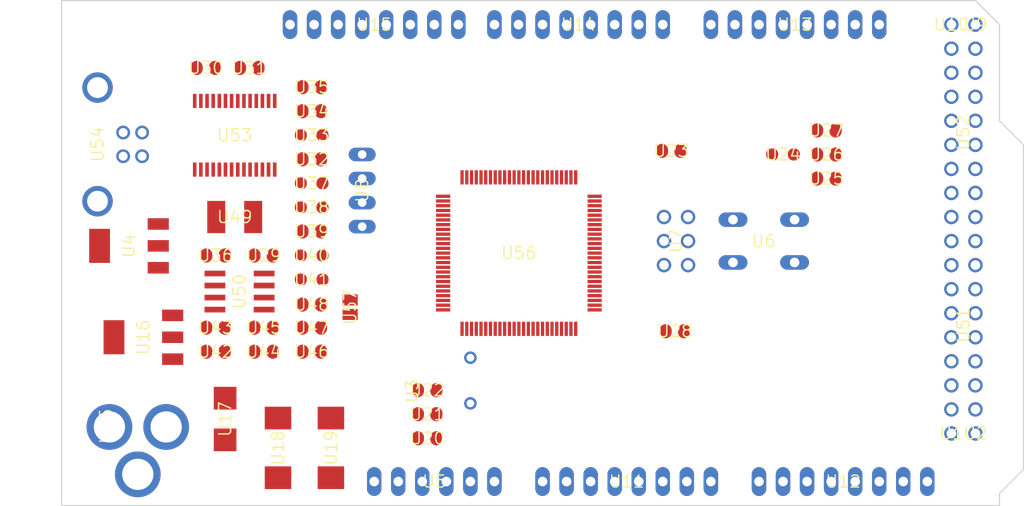
<source format=kicad_pcb>
(kicad_pcb (version 20221018) (generator pcbnew)
  (layers (0 "F.Cu" signal "Top") (31 "B.Cu" signal "Bottom") (34 "B.Paste" user) (35 "F.Paste" user) (36 "B.SilkS" user "B.Silkscreen") (37 "F.SilkS" user "F.Silkscreen") (38 "B.Mask" user) (39 "F.Mask" user) (44 "Edge.Cuts" user))
  (net 0 "")
  (net 1 "+5V")
  (net 2 "GND")
  (net 3 "N$6")
  (net 4 "N$7")
  (net 5 "AREF")
  (net 6 "RESET")
  (net 7 "VIN")
  (net 8 "N$3")
  (net 9 "PWRIN")
  (net 10 "M8RXD")
  (net 11 "M8TXD")
  (net 12 "ADC0")
  (net 13 "ADC2")
  (net 14 "ADC1")
  (net 15 "ADC3")
  (net 16 "ADC4")
  (net 17 "ADC5")
  (net 18 "ADC6")
  (net 19 "ADC7")
  (net 20 "+3V3")
  (net 21 "SDA")
  (net 22 "SCL")
  (net 23 "ADC9")
  (net 24 "ADC8")
  (net 25 "ADC10")
  (net 26 "ADC11")
  (net 27 "ADC12")
  (net 28 "ADC13")
  (net 29 "ADC14")
  (net 30 "ADC15")
  (net 31 "PB3")
  (net 32 "PB2")
  (net 33 "PB1")
  (net 34 "PB5")
  (net 35 "PB4")
  (net 36 "PE5")
  (net 37 "PE4")
  (net 38 "PE3")
  (net 39 "PE1")
  (net 40 "PE0")
  (net 41 "N$15")
  (net 42 "N$53")
  (net 43 "N$54")
  (net 44 "N$55")
  (net 45 "D-")
  (net 46 "D+")
  (net 47 "N$60")
  (net 48 "DTR")
  (net 49 "USBVCC")
  (net 50 "N$2")
  (net 51 "N$4")
  (net 52 "GATE_CMD")
  (net 53 "CMP")
  (net 54 "PB6")
  (net 55 "PH3")
  (net 56 "PH4")
  (net 57 "PH5")
  (net 58 "PH6")
  (net 59 "PG5")
  (net 60 "RXD1")
  (net 61 "TXD1")
  (net 62 "RXD2")
  (net 63 "RXD3")
  (net 64 "TXD2")
  (net 65 "TXD3")
  (net 66 "PC0")
  (net 67 "PC1")
  (net 68 "PC2")
  (net 69 "PC3")
  (net 70 "PC4")
  (net 71 "PC5")
  (net 72 "PC6")
  (net 73 "PC7")
  (net 74 "PB0")
  (net 75 "PG0")
  (net 76 "PG1")
  (net 77 "PG2")
  (net 78 "PD7")
  (net 79 "PA0")
  (net 80 "PA1")
  (net 81 "PA2")
  (net 82 "PA3")
  (net 83 "PA4")
  (net 84 "PA5")
  (net 85 "PA6")
  (net 86 "PA7")
  (net 87 "PL0")
  (net 88 "PL1")
  (net 89 "PL2")
  (net 90 "PL3")
  (net 91 "PL4")
  (net 92 "PL5")
  (net 93 "PL6")
  (net 94 "PL7")
  (net 95 "PB7")
  (net 96 "CTS")
  (net 97 "DSR")
  (net 98 "DCD")
  (net 99 "RI")
  (footprint "Arduino_MEGA_Reference_Design:2X03" (layer "F.Cu") (at 162.5981 103.7336 -90)
    (fp_text reference "U7")
    (fp_text value "")
  )
  (footprint "Arduino_MEGA_Reference_Design:1X08" (layer "F.Cu") (at 152.3111 80.8736 180)
    (fp_text reference "U14")
    (fp_text value "")
  )
  (footprint "Arduino_MEGA_Reference_Design:1X08" (layer "F.Cu") (at 130.7211 80.8736 180)
    (fp_text reference "U15")
    (fp_text value "")
  )
  (footprint "Arduino_MEGA_Reference_Design:SMC_D" (layer "F.Cu") (at 120.5611 125.5776 -90)
    (fp_text reference "U18")
    (fp_text value "")
  )
  (footprint "Arduino_MEGA_Reference_Design:SMC_D" (layer "F.Cu") (at 126.1491 125.5776 -90)
    (fp_text reference "U19")
    (fp_text value "")
  )
  (footprint "Arduino_MEGA_Reference_Design:B3F-10XX" (layer "F.Cu") (at 171.8691 103.7336 180)
    (fp_text reference "U6")
    (fp_text value "")
  )
  (footprint "Arduino_MEGA_Reference_Design:0805RND" (layer "F.Cu") (at 173.9011 94.5896 180)
    (fp_text reference "U24")
    (fp_text value "")
  )
  (footprint "Arduino_MEGA_Reference_Design:SMB" (layer "F.Cu") (at 114.9731 122.5296 -90)
    (fp_text reference "U17")
    (fp_text value "")
  )
  (footprint "Arduino_MEGA_Reference_Design:DC-21MM" (layer "F.Cu") (at 103.0351 123.2916 90)
    (fp_text reference "U55")
    (fp_text value "")
  )
  (footprint "Arduino_MEGA_Reference_Design:HC49_S" (layer "F.Cu") (at 140.8811 118.4656 90)
    (fp_text reference "U3")
    (fp_text value "")
  )
  (footprint "Arduino_MEGA_Reference_Design:SOT223" (layer "F.Cu") (at 106.3371 113.8936 90)
    (fp_text reference "U16")
    (fp_text value "")
  )
  (footprint "Arduino_MEGA_Reference_Design:1X06" (layer "F.Cu") (at 137.0711 129.1336)
    (fp_text reference "U5")
    (fp_text value "")
  )
  (footprint "Arduino_MEGA_Reference_Design:C0805RND" (layer "F.Cu") (at 124.1171 87.4776)
    (fp_text reference "U35")
    (fp_text value "")
  )
  (footprint "Arduino_MEGA_Reference_Design:C0805RND" (layer "F.Cu") (at 162.4711 113.2586)
    (fp_text reference "U28")
    (fp_text value "")
  )
  (footprint "Arduino_MEGA_Reference_Design:C0805RND" (layer "F.Cu") (at 136.3091 122.0216)
    (fp_text reference "U21")
    (fp_text value "")
  )
  (footprint "Arduino_MEGA_Reference_Design:C0805RND" (layer "F.Cu") (at 136.3091 119.4816)
    (fp_text reference "U22")
    (fp_text value "")
  )
  (footprint "Arduino_MEGA_Reference_Design:C0805RND" (layer "F.Cu") (at 113.9571 112.8776)
    (fp_text reference "U43")
    (fp_text value "")
  )
  (footprint "Arduino_MEGA_Reference_Design:RCL_0805RND" (layer "F.Cu") (at 124.1171 105.2576)
    (fp_text reference "U40")
    (fp_text value "")
  )
  (footprint "Arduino_MEGA_Reference_Design:RCL_0805RND" (layer "F.Cu") (at 124.1171 107.7976)
    (fp_text reference "U41")
    (fp_text value "")
  )
  (footprint "Arduino_MEGA_Reference_Design:1X08" (layer "F.Cu") (at 157.3911 129.1336)
    (fp_text reference "U11")
    (fp_text value "")
  )
  (footprint "Arduino_MEGA_Reference_Design:1X08" (layer "F.Cu") (at 175.1711 80.8736 180)
    (fp_text reference "U13")
    (fp_text value "")
  )
  (footprint "Arduino_MEGA_Reference_Design:R0805RND" (layer "F.Cu") (at 178.4731 94.5896 180)
    (fp_text reference "U26")
    (fp_text value "")
  )
  (footprint "Arduino_MEGA_Reference_Design:R0805RND" (layer "F.Cu") (at 178.4731 92.0496 180)
    (fp_text reference "U27")
    (fp_text value "")
  )
  (footprint "Arduino_MEGA_Reference_Design:TQFP100" (layer "F.Cu") (at 146.00123596191406 105.00355529785156 0)
    (fp_text reference "U56")
    (fp_text value "")
  )
  (footprint "Arduino_MEGA_Reference_Design:C0805RND" (layer "F.Cu") (at 162.0901 94.2086 180)
    (fp_text reference "U23")
    (fp_text value "")
  )
  (footprint "Arduino_MEGA_Reference_Design:C0805RND" (layer "F.Cu") (at 136.3091 124.5616)
    (fp_text reference "U20")
    (fp_text value "")
  )
  (footprint "Arduino_MEGA_Reference_Design:1X08" (layer "F.Cu") (at 180.2511 129.1336)
    (fp_text reference "U12")
    (fp_text value "")
  )
  (footprint "Arduino_MEGA_Reference_Design:R0805RND" (layer "F.Cu") (at 124.1171 112.8776)
    (fp_text reference "U47")
    (fp_text value "")
  )
  (footprint "Arduino_MEGA_Reference_Design:C0805RND" (layer "F.Cu") (at 124.1171 115.4176)
    (fp_text reference "U46")
    (fp_text value "")
  )
  (footprint "Arduino_MEGA_Reference_Design:C0805RND" (layer "F.Cu") (at 113.9571 105.2576)
    (fp_text reference "U36")
    (fp_text value "")
  )
  (footprint "Arduino_MEGA_Reference_Design:C0805RND" (layer "F.Cu") (at 112.9411 85.4456)
    (fp_text reference "U30")
    (fp_text value "")
  )
  (footprint "Arduino_MEGA_Reference_Design:0805RND" (layer "F.Cu") (at 124.1171 100.1776 180)
    (fp_text reference "U38")
    (fp_text value "")
  )
  (footprint "Arduino_MEGA_Reference_Design:0805RND" (layer "F.Cu") (at 124.1171 97.6376 180)
    (fp_text reference "U37")
    (fp_text value "")
  )
  (footprint "Arduino_MEGA_Reference_Design:R0805RND" (layer "F.Cu") (at 124.1171 95.0976)
    (fp_text reference "U32")
    (fp_text value "")
  )
  (footprint "Arduino_MEGA_Reference_Design:R0805RND" (layer "F.Cu") (at 124.1171 102.7176)
    (fp_text reference "U39")
    (fp_text value "")
  )
  (footprint "Arduino_MEGA_Reference_Design:SSOP28" (layer "F.Cu") (at 115.9891 92.5576)
    (fp_text reference "U53")
    (fp_text value "")
  )
  (footprint "Arduino_MEGA_Reference_Design:PN61729" (layer "F.Cu") (at 98.9584 93.5228 -90)
    (fp_text reference "U54")
    (fp_text value "")
  )
  (footprint "Arduino_MEGA_Reference_Design:L1812" (layer "F.Cu") (at 115.9891 101.1936)
    (fp_text reference "U49")
    (fp_text value "")
  )
  (footprint "Arduino_MEGA_Reference_Design:C0805RND" (layer "F.Cu") (at 117.5131 85.4456)
    (fp_text reference "U31")
    (fp_text value "")
  )
  (footprint "Arduino_MEGA_Reference_Design:0805RND" (layer "F.Cu") (at 124.1171 92.5576 180)
    (fp_text reference "U33")
    (fp_text value "")
  )
  (footprint "Arduino_MEGA_Reference_Design:R0805RND" (layer "F.Cu") (at 124.1171 90.0176 180)
    (fp_text reference "U34")
    (fp_text value "")
  )
  (footprint "Arduino_MEGA_Reference_Design:C0805RND" (layer "F.Cu") (at 124.1171 110.4392 180)
    (fp_text reference "U48")
    (fp_text value "")
  )
  (footprint "Arduino_MEGA_Reference_Design:SOT223" (layer "F.Cu") (at 104.8131 104.2416 90)
    (fp_text reference "U4")
    (fp_text value "")
  )
  (footprint "Arduino_MEGA_Reference_Design:SO08" (layer "F.Cu") (at 116.4971 109.0676 -90)
    (fp_text reference "U50")
    (fp_text value "")
  )
  (footprint "Arduino_MEGA_Reference_Design:R0805RND" (layer "F.Cu") (at 113.9571 115.4176 180)
    (fp_text reference "U42")
    (fp_text value "")
  )
  (footprint "Arduino_MEGA_Reference_Design:R0805RND" (layer "F.Cu") (at 119.0371 112.8776 180)
    (fp_text reference "U45")
    (fp_text value "")
  )
  (footprint "Arduino_MEGA_Reference_Design:C0805RND" (layer "F.Cu") (at 119.0371 115.4176 180)
    (fp_text reference "U44")
    (fp_text value "")
  )
  (footprint "Arduino_MEGA_Reference_Design:C0805RND" (layer "F.Cu") (at 119.0371 105.2576)
    (fp_text reference "U29")
    (fp_text value "")
  )
  (footprint "Arduino_MEGA_Reference_Design:2X08" (layer "F.Cu") (at 192.9511 92.3036 90)
    (fp_text reference "U52")
    (fp_text value "")
  )
  (footprint "Arduino_MEGA_Reference_Design:2X08" (layer "F.Cu") (at 192.9511 112.6236 90)
    (fp_text reference "U51")
    (fp_text value "")
  )
  (footprint "Arduino_MEGA_Reference_Design:R0805RND" (layer "F.Cu") (at 178.4731 97.1296 180)
    (fp_text reference "U25")
    (fp_text value "")
  )
  (footprint "Arduino_MEGA_Reference_Design:1X01" (layer "F.Cu") (at 191.6811 80.8736)
    (fp_text reference "U10")
    (fp_text value "")
  )
  (footprint "Arduino_MEGA_Reference_Design:1X01" (layer "F.Cu") (at 194.2211 80.8736)
    (fp_text reference "U9")
    (fp_text value "")
  )
  (footprint "Arduino_MEGA_Reference_Design:1X01" (layer "F.Cu") (at 191.6811 124.0536)
    (fp_text reference "U1")
    (fp_text value "")
  )
  (footprint "Arduino_MEGA_Reference_Design:1X01" (layer "F.Cu") (at 194.2211 124.0536)
    (fp_text reference "U2")
    (fp_text value "")
  )
  (footprint "Arduino_MEGA_Reference_Design:SJ" (layer "F.Cu") (at 128.1811 110.7186 -90)
    (fp_text reference "U57")
    (fp_text value "")
  )
  (footprint "Arduino_MEGA_Reference_Design:JP4" (layer "F.Cu") (at 129.4511 98.3996 -90)
    (fp_text reference "U8")
    (fp_text value "")
  )
  (gr_line (start 196.7611 80.8736) (end 196.7611 91.0336) (layer "Edge.Cuts") (width 0.12))
  (gr_line (start 196.7611 130.4036) (end 196.7611 131.6736) (layer "Edge.Cuts") (width 0.12))
  (gr_line (start 194.2211 78.3336) (end 196.7611 80.8736) (layer "Edge.Cuts") (width 0.12))
  (gr_line (start 97.7011 78.3336) (end 194.2211 78.3336) (layer "Edge.Cuts") (width 0.12))
  (gr_line (start 196.7611 91.0336) (end 199.3011 93.5736) (layer "Edge.Cuts") (width 0.12))
  (gr_line (start 97.7011 131.6736) (end 97.7011 78.3336) (layer "Edge.Cuts") (width 0.12))
  (gr_line (start 196.7611 131.6736) (end 97.7011 131.6736) (layer "Edge.Cuts") (width 0.12))
  (gr_line (start 199.3011 93.5736) (end 199.3011 127.8636) (layer "Edge.Cuts") (width 0.12))
  (gr_line (start 199.3011 127.8636) (end 196.7611 130.4036) (layer "Edge.Cuts") (width 0.12))
)
</source>
